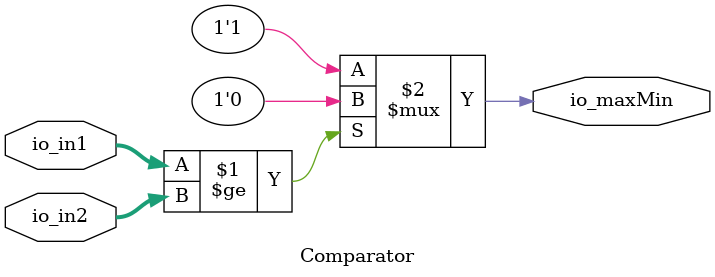
<source format=v>

module Comparator(
  input  [6:0] io_in1,
  input  [6:0] io_in2,
  output       io_maxMin
);
  assign io_maxMin = io_in1 >= io_in2 ? 1'h0 : 1'h1; // @[comparator.scala 34:26 37:20 45:20]
endmodule

</source>
